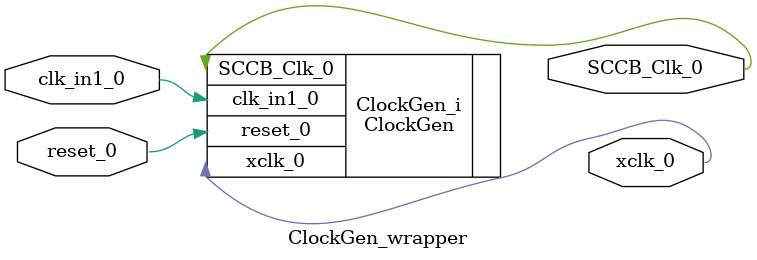
<source format=v>
`timescale 1 ps / 1 ps

module ClockGen_wrapper
   (SCCB_Clk_0,
    clk_in1_0,
    reset_0,
    xclk_0);
  output SCCB_Clk_0;
  input clk_in1_0;
  input reset_0;
  output xclk_0;

  wire SCCB_Clk_0;
  wire clk_in1_0;
  wire reset_0;
  wire xclk_0;

  ClockGen ClockGen_i
       (.SCCB_Clk_0(SCCB_Clk_0),
        .clk_in1_0(clk_in1_0),
        .reset_0(reset_0),
        .xclk_0(xclk_0));
endmodule

</source>
